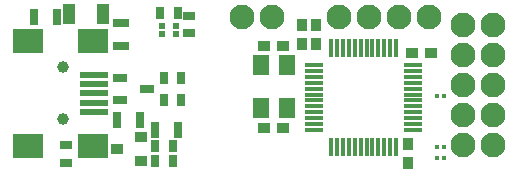
<source format=gts>
G04*
G04 #@! TF.GenerationSoftware,Altium Limited,Altium Designer,22.7.1 (60)*
G04*
G04 Layer_Color=8388736*
%FSLAX25Y25*%
%MOIN*%
G70*
G04*
G04 #@! TF.SameCoordinates,1362A066-ECE3-457F-9539-8A17BD865AD3*
G04*
G04*
G04 #@! TF.FilePolarity,Negative*
G04*
G01*
G75*
%ADD29R,0.06102X0.01575*%
%ADD30R,0.01575X0.06102*%
%ADD31R,0.04921X0.02756*%
%ADD32R,0.03150X0.03937*%
%ADD33R,0.02362X0.01968*%
%ADD34R,0.03937X0.03150*%
%ADD35R,0.03150X0.05512*%
%ADD36R,0.04194X0.03494*%
%ADD37R,0.05315X0.06693*%
%ADD38R,0.03494X0.04194*%
%ADD39R,0.01575X0.01575*%
%ADD40R,0.03937X0.06693*%
%ADD41R,0.09449X0.02362*%
%ADD42R,0.10236X0.08268*%
%ADD43R,0.03937X0.03543*%
%ADD44R,0.05512X0.03150*%
%ADD45C,0.08268*%
%ADD46C,0.03937*%
D29*
X103405Y37047D02*
D03*
Y35079D02*
D03*
Y33110D02*
D03*
Y31142D02*
D03*
Y29173D02*
D03*
Y27205D02*
D03*
Y25236D02*
D03*
Y23268D02*
D03*
Y21299D02*
D03*
Y19331D02*
D03*
Y17362D02*
D03*
Y15394D02*
D03*
X136673D02*
D03*
Y17362D02*
D03*
Y19331D02*
D03*
Y21299D02*
D03*
Y23268D02*
D03*
Y25236D02*
D03*
Y27205D02*
D03*
Y29173D02*
D03*
Y31142D02*
D03*
Y33110D02*
D03*
Y35079D02*
D03*
Y37047D02*
D03*
D30*
X109213Y9587D02*
D03*
X111181D02*
D03*
X113150D02*
D03*
X115118D02*
D03*
X117087D02*
D03*
X119055D02*
D03*
X121024D02*
D03*
X122992D02*
D03*
X124961D02*
D03*
X126929D02*
D03*
X128898D02*
D03*
X130866D02*
D03*
Y42854D02*
D03*
X128898D02*
D03*
X126929D02*
D03*
X124961D02*
D03*
X122992D02*
D03*
X121024D02*
D03*
X119055D02*
D03*
X117087D02*
D03*
X115118D02*
D03*
X113150D02*
D03*
X111181D02*
D03*
X109213D02*
D03*
D31*
X38878Y32874D02*
D03*
Y25394D02*
D03*
X47736Y29134D02*
D03*
D32*
X50591Y5020D02*
D03*
X56496D02*
D03*
X52165Y54528D02*
D03*
X58071D02*
D03*
X56496Y9941D02*
D03*
X50591D02*
D03*
X59252Y32874D02*
D03*
X53347D02*
D03*
X59252Y25394D02*
D03*
X53347D02*
D03*
D33*
X57480Y50000D02*
D03*
X52756D02*
D03*
Y47244D02*
D03*
X57480D02*
D03*
D34*
X62008Y53543D02*
D03*
Y47638D02*
D03*
X20866Y4528D02*
D03*
Y10433D02*
D03*
D35*
X10236Y53150D02*
D03*
X17717D02*
D03*
X45472Y18701D02*
D03*
X37992D02*
D03*
X50591Y15354D02*
D03*
X58071D02*
D03*
D36*
X87007Y15945D02*
D03*
X93308D02*
D03*
Y43504D02*
D03*
X87007D02*
D03*
X142619Y40945D02*
D03*
X136319D02*
D03*
D37*
X85827Y22638D02*
D03*
X94488D02*
D03*
X85827Y37205D02*
D03*
X94488D02*
D03*
D38*
X99410Y50394D02*
D03*
Y44094D02*
D03*
X104331Y50394D02*
D03*
Y44094D02*
D03*
X134843Y4528D02*
D03*
Y10828D02*
D03*
D39*
X146850Y26575D02*
D03*
X144488D02*
D03*
X146850Y9843D02*
D03*
X144488D02*
D03*
X146850Y5906D02*
D03*
X144488D02*
D03*
D40*
X21850Y54134D02*
D03*
X33268D02*
D03*
D41*
X30118Y33858D02*
D03*
Y30709D02*
D03*
Y27559D02*
D03*
Y24409D02*
D03*
Y21260D02*
D03*
D42*
X8071Y45079D02*
D03*
Y10039D02*
D03*
X29724Y45079D02*
D03*
Y10039D02*
D03*
D43*
X45866Y5020D02*
D03*
Y12894D02*
D03*
X37992Y8957D02*
D03*
D44*
X39272Y50984D02*
D03*
Y43504D02*
D03*
D45*
X79646Y53150D02*
D03*
X89646D02*
D03*
X111772D02*
D03*
X121772D02*
D03*
X131772D02*
D03*
X141772D02*
D03*
X163150Y10276D02*
D03*
Y20276D02*
D03*
Y30276D02*
D03*
Y40276D02*
D03*
Y50276D02*
D03*
X153150Y10276D02*
D03*
Y20276D02*
D03*
Y30276D02*
D03*
Y40276D02*
D03*
Y50276D02*
D03*
D46*
X19685Y36220D02*
D03*
Y18898D02*
D03*
M02*

</source>
